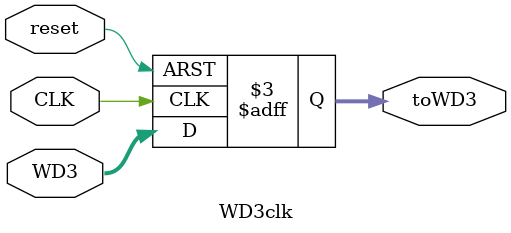
<source format=v>
`timescale 1ns / 1ps


module WD3clk(CLK,reset,WD3,toWD3);
input CLK,reset;
input [31:0]WD3;
output reg[31:0]toWD3;
always@(posedge CLK or negedge reset)
begin
if(!reset)
toWD3=32'b0;
else
toWD3=WD3;
end
endmodule

</source>
